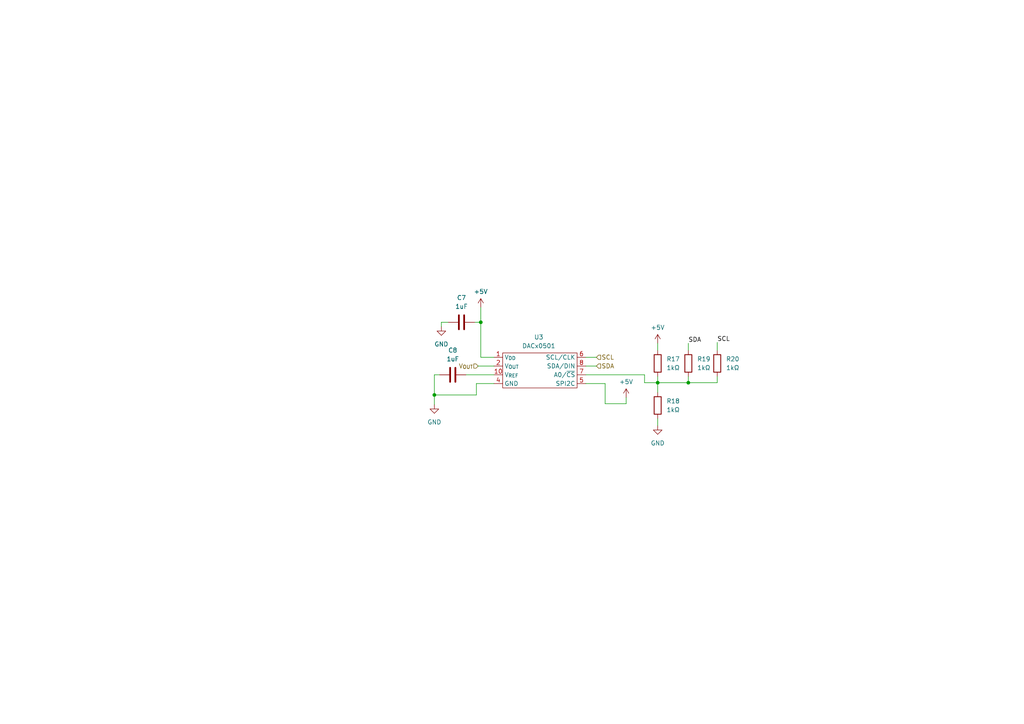
<source format=kicad_sch>
(kicad_sch (version 20230121) (generator eeschema)
  (paper "A4")
  (lib_symbols
    (symbol "Device:C" (pin_numbers hide) (pin_names (offset 0.254))
      (property "Reference" "C" (at 0.635 2.54 0))
      (property "Value" "C" (at 0.635 -2.54 0))
      (symbol "C_0_1"
        (polyline (pts (xy -2.032 -0.762) (xy 2.032 -0.762)) (stroke (width 0.508)))
        (polyline (pts (xy -2.032 0.762) (xy 2.032 0.762)) (stroke (width 0.508)))
      )
      (symbol "C_1_1"
        (pin passive line (at 0 3.81 270) (length 2.794) (name "~") (number "1"))
        (pin passive line (at 0 -3.81 90) (length 2.794) (name "~") (number "2"))
      )
    )
    (symbol "Device:R" (pin_numbers hide) (pin_names (offset 0))
      (property "Reference" "R" (at 2.032 0 90))
      (property "Value" "R" (at 0 0 90))
      (symbol "R_0_1"
        (rectangle (start -1.016 -2.54) (end 1.016 2.54) (stroke (width 0.254)))
      )
      (symbol "R_1_1"
        (pin passive line (at 0 3.81 270) (length 1.27) (name "~") (number "1"))
        (pin passive line (at 0 -3.81 90) (length 1.27) (name "~") (number "2"))
      )
    )
    (symbol "DigitalAnalogue:DACx0501"
      (property "Reference" "U" (at 0 4.445 0))
      (property "Value" "DACx0501" (at 0 -2.54 0))
      (symbol "DACx0501_0_1"
        (rectangle (start -9.525 6.35) (end 12.065 -3.81))
      )
      (symbol "DACx0501_1_1"
        (pin input line (at -12.065 5.08 0) (length 2.54) (name "V_{DD}") (number "1"))
        (pin input line (at -12.065 0 0) (length 2.54) (name "V_{REF}") (number "10"))
        (pin input line (at -12.065 2.54 0) (length 2.54) (name "V_{OUT}") (number "2"))
        (pin no_connect line (at -3.81 8.89 270) (length 2.54) hide (name "NC") (number "3"))
        (pin input line (at -12.065 -2.54 0) (length 2.54) (name "GND") (number "4"))
        (pin input line (at 14.605 -2.54 180) (length 2.54) (name "SPI2C") (number "5"))
        (pin input line (at 14.605 5.08 180) (length 2.54) (name "SCL/CLK") (number "6"))
        (pin input line (at 14.605 0 180) (length 2.54) (name "A0/~{CS}") (number "7"))
        (pin input line (at 14.605 2.54 180) (length 2.54) (name "SDA/DIN") (number "8"))
        (pin no_connect line (at -1.27 8.89 270) (length 2.54) hide (name "NC") (number "9"))
      )
    )
    (symbol "power:+5V" (power) (pin_names (offset 0))
      (property "Value" "+5V" (at 0 3.556 0))
      (symbol "+5V_0_1"
        (polyline (pts (xy -0.762 1.27) (xy 0 2.54)))
        (polyline (pts (xy 0 0) (xy 0 2.54)))
        (polyline (pts (xy 0 2.54) (xy 0.762 1.27)))
      )
      (symbol "+5V_1_1"
        (pin power_in line (at 0 0 90) (length 0) hide (name "+5V") (number "1"))
      )
    )
    (symbol "power:GND" (power) (pin_names (offset 0))
      (property "Value" "GND" (at 0 -3.81 0))
      (symbol "GND_0_1"
        (polyline (pts (xy 0 0) (xy 0 -1.27) (xy 1.27 -1.27) (xy 0 -2.54) (xy -1.27 -1.27) (xy 0 -1.27)))
      )
      (symbol "GND_1_1"
        (pin power_in line (at 0 0 270) (length 0) hide (name "GND") (number "1"))
      )
    )
  )
  (junction (at 125.984 114.554))
  (junction (at 139.446 93.472))
  (junction (at 199.644 110.998))
  (junction (at 190.754 110.998))
  (wire (pts (xy 175.514 111.252) (xy 169.926 111.252)))
  (wire (pts (xy 190.754 121.412) (xy 190.754 123.444)))
  (wire (pts (xy 208.026 110.998) (xy 208.026 109.22)))
  (wire (pts (xy 125.984 114.554) (xy 125.984 117.348)))
  (wire (pts (xy 138.176 114.554) (xy 138.176 111.252)))
  (wire (pts (xy 169.926 108.712) (xy 186.944 108.712)))
  (wire (pts (xy 186.944 108.712) (xy 186.944 110.998)))
  (wire (pts (xy 125.984 114.554) (xy 138.176 114.554)))
  (wire (pts (xy 190.754 99.568) (xy 190.754 101.6)))
  (wire (pts (xy 175.514 117.094) (xy 175.514 111.252)))
  (wire (pts (xy 181.61 117.094) (xy 175.514 117.094)))
  (wire (pts (xy 127.508 108.712) (xy 125.984 108.712)))
  (wire (pts (xy 199.644 99.568) (xy 199.644 101.6)))
  (wire (pts (xy 199.644 110.998) (xy 208.026 110.998)))
  (wire (pts (xy 135.128 108.712) (xy 143.256 108.712)))
  (wire (pts (xy 138.684 106.172) (xy 143.256 106.172)))
  (wire (pts (xy 199.644 110.998) (xy 199.644 109.22)))
  (wire (pts (xy 125.984 108.712) (xy 125.984 114.554)))
  (wire (pts (xy 139.446 93.472) (xy 139.446 103.632)))
  (wire (pts (xy 139.446 89.154) (xy 139.446 93.472)))
  (wire (pts (xy 190.754 110.998) (xy 199.644 110.998)))
  (wire (pts (xy 169.926 106.172) (xy 172.974 106.172)))
  (wire (pts (xy 139.446 93.472) (xy 137.668 93.472)))
  (wire (pts (xy 139.446 103.632) (xy 143.256 103.632)))
  (wire (pts (xy 190.754 110.998) (xy 190.754 113.792)))
  (wire (pts (xy 128.016 93.472) (xy 128.016 94.742)))
  (wire (pts (xy 186.944 110.998) (xy 190.754 110.998)))
  (wire (pts (xy 138.176 111.252) (xy 143.256 111.252)))
  (wire (pts (xy 130.048 93.472) (xy 128.016 93.472)))
  (wire (pts (xy 181.61 115.316) (xy 181.61 117.094)))
  (wire (pts (xy 169.926 103.632) (xy 172.974 103.632)))
  (wire (pts (xy 208.026 99.314) (xy 208.026 101.6)))
  (wire (pts (xy 190.754 109.22) (xy 190.754 110.998)))
  (label "SCL" (at 208.026 99.314 0))
  (label "SDA" (at 199.644 99.568 0))
  (hierarchical_label "V_{OUT}" (shape input) (at 138.684 106.172 180))
  (hierarchical_label "SCL" (shape input) (at 172.974 103.632 0))
  (hierarchical_label "SDA" (shape input) (at 172.974 106.172 0))
  (symbol (lib_id "power:GND") (at 128.016 94.742 0) (unit 1)
    (property "Reference" "#PWR017" (effects hide))
    (property "Value" "GND" (at 128.016 99.822 0))
  )
  (symbol (lib_id "power:+5V") (at 139.446 89.154 0) (unit 1)
    (property "Reference" "#PWR016" (effects hide))
    (property "Value" "+5V" (at 139.446 84.582 0))
    (instances (project "LT3081LEDDriver" (path "" (reference "#PWR016") (unit 1)) (path "" (reference "#PWR018") (unit 1))))
  )
  (symbol (lib_id "Device:R") (at 208.026 105.41 0) (unit 1)
    (property "Reference" "R20" (at 210.566 104.14 0) (effects (justify left)))
    (property "Value" "1kΩ" (at 210.566 106.68 0) (effects (justify left)))
    (property "Footprint" "Resistor_SMD:R_0805_2012Metric_Pad1.20x1.40mm_HandSolder" (effects hide))
  )
  (symbol (lib_id "Device:C") (at 133.858 93.472 270) (mirror x) (unit 1)
    (property "Reference" "C7" (at 133.858 86.36 90))
    (property "Value" "1uF" (at 133.858 88.9 90))
    (property "Footprint" "Capacitor_SMD:C_0805_2012Metric_Pad1.18x1.45mm_HandSolder" (effects hide))
    (instances (project "LT3081LEDDriver" (path "" (reference "C7") (unit 1)) (path "" (reference "C8") (unit 1))))
  )
  (symbol (lib_id "Device:R") (at 190.754 117.602 0) (unit 1)
    (property "Reference" "R18" (at 193.294 116.332 0) (effects (justify left)))
    (property "Value" "1kΩ" (at 193.294 118.872 0) (effects (justify left)))
    (property "Footprint" "Resistor_SMD:R_0805_2012Metric_Pad1.20x1.40mm_HandSolder" (effects hide))
  )
  (symbol (lib_id "power:+5V") (at 190.754 99.568 0) (unit 1)
    (property "Reference" "#PWR019" (effects hide))
    (property "Value" "+5V" (at 190.754 94.996 0))
    (instances (project "LT3081LEDDriver" (path "" (reference "#PWR019") (unit 1)) (path "" (reference "#PWR020") (unit 1))))
  )
  (symbol (lib_id "Device:R") (at 199.644 105.41 0) (unit 1)
    (property "Reference" "R19" (at 202.184 104.14 0) (effects (justify left)))
    (property "Value" "1kΩ" (at 202.184 106.68 0) (effects (justify left)))
    (property "Footprint" "Resistor_SMD:R_0805_2012Metric_Pad1.20x1.40mm_HandSolder" (effects hide))
  )
  (symbol (lib_id "power:GND") (at 190.754 123.444 0) (unit 1)
    (property "Reference" "#PWR020" (effects hide))
    (property "Value" "GND" (at 190.754 128.524 0))
    (instances (project "LT3081LEDDriver" (path "" (reference "#PWR020") (unit 1)) (path "" (reference "#PWR021") (unit 1))))
  )
  (symbol (lib_id "power:+5V") (at 181.61 115.316 0) (unit 1)
    (property "Reference" "#PWR021" (effects hide))
    (property "Value" "+5V" (at 181.61 110.744 0))
    (instances (project "LT3081LEDDriver" (path "" (reference "#PWR021") (unit 1)) (path "" (reference "#PWR019") (unit 1))))
  )
  (symbol (lib_id "Device:C") (at 131.318 108.712 270) (mirror x) (unit 1)
    (property "Reference" "C8" (at 131.318 101.6 90))
    (property "Value" "1uF" (at 131.318 104.14 90))
    (property "Footprint" "Capacitor_SMD:C_0805_2012Metric_Pad1.18x1.45mm_HandSolder" (effects hide))
    (instances (project "LT3081LEDDriver" (path "" (reference "C8") (unit 1)) (path "" (reference "C7") (unit 1))))
  )
  (symbol (lib_id "Device:R") (at 190.754 105.41 0) (unit 1)
    (property "Reference" "R17" (at 193.294 104.14 0) (effects (justify left)))
    (property "Value" "1kΩ" (at 193.294 106.68 0) (effects (justify left)))
    (property "Footprint" "Resistor_SMD:R_0805_2012Metric_Pad1.20x1.40mm_HandSolder" (effects hide))
  )
  (symbol (lib_id "DigitalAnalogue:DACx0501") (at 155.321 108.712 0) (unit 1)
    (property "Reference" "U3" (at 156.2735 97.79 0))
    (property "Value" "DACx0501" (at 156.2735 100.33 0))
    (property "Footprint" "Package_SO:MSOP-10_3x3mm_P0.5mm" (effects hide))
  )
  (symbol (lib_id "power:GND") (at 125.984 117.348 0) (unit 1)
    (property "Reference" "#PWR018" (effects hide))
    (property "Value" "GND" (at 125.984 122.428 0))
    (instances (project "LT3081LEDDriver" (path "" (reference "#PWR018") (unit 1)) (path "" (reference "#PWR016") (unit 1))))
  )
)
</source>
